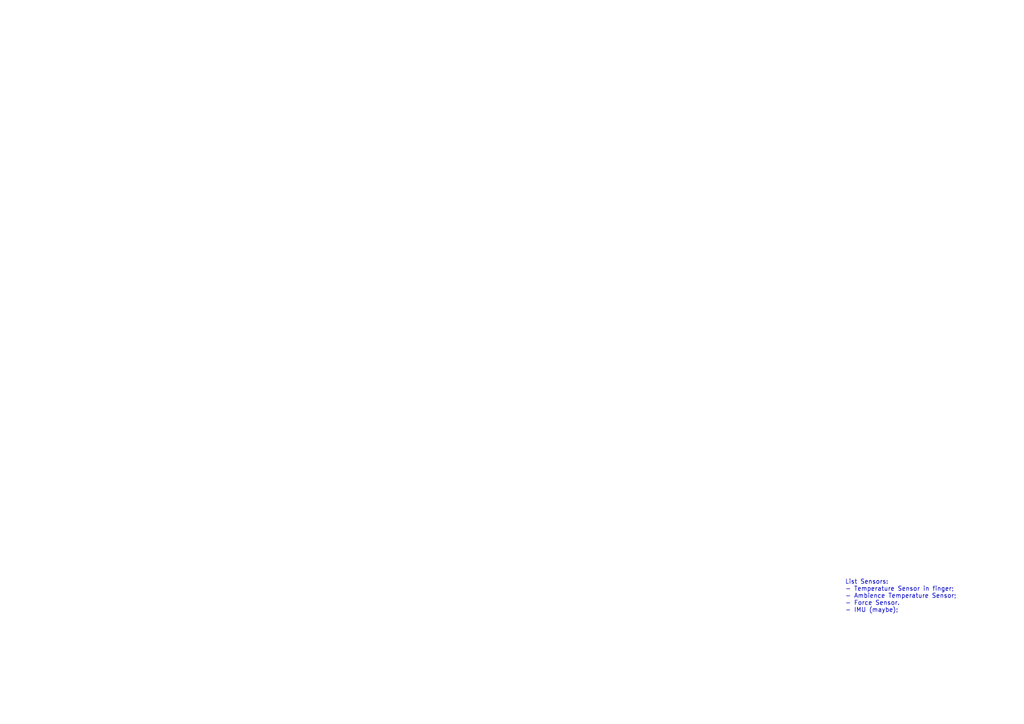
<source format=kicad_sch>
(kicad_sch (version 20211123) (generator eeschema)
  (paper "A4")
  (title_block (company "Version: ADA 0-0-0") (comment 1 "Low Fidelity Prototyped") (comment 3 "Author: Thiago Martins de Sousa") (comment 4 "UnB - FGA | Eletronic Engineering"))
  (lib_symbols)
  (text "List Sensors:\n- Temperature Sensor in finger;\n- Ambience Temperature Sensor;\n- Force Sensor.\n- IMU (maybe);" (at 245.11 177.8 0) (effects (font (size 1.27 1.27)) (justify left bottom)))
)
</source>
